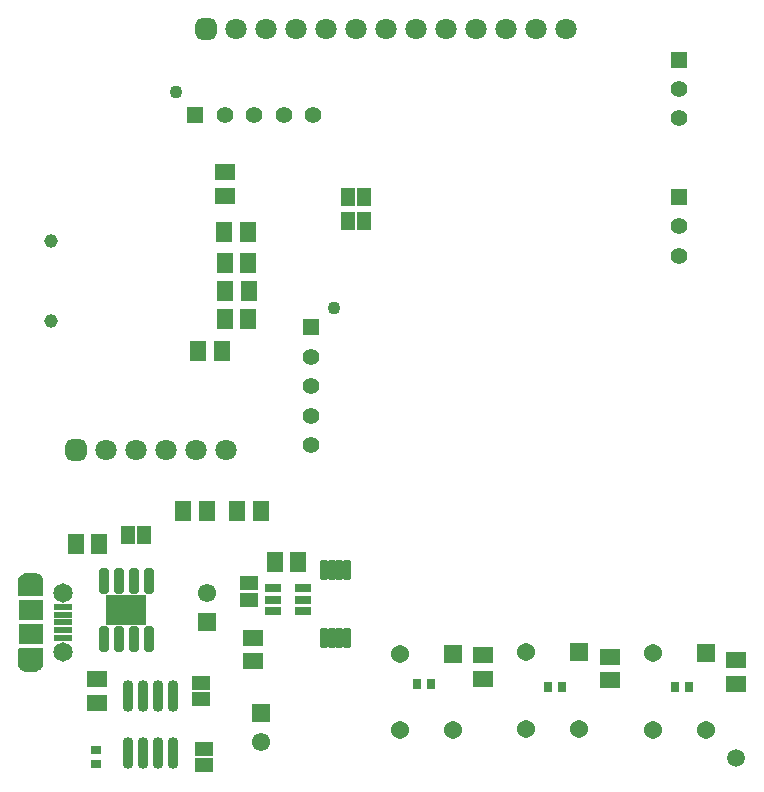
<source format=gbs>
%FSLAX23Y23*%
%MOIN*%
%SFA1B1*%

%IPPOS*%
%AMD48*
4,1,8,0.015700,0.035500,-0.015700,0.035500,-0.035500,0.015700,-0.035500,-0.015700,-0.015700,-0.035500,0.015700,-0.035500,0.035500,-0.015700,0.035500,0.015700,0.015700,0.035500,0.0*
1,1,0.039500,0.015700,0.015700*
1,1,0.039500,-0.015700,0.015700*
1,1,0.039500,-0.015700,-0.015700*
1,1,0.039500,0.015700,-0.015700*
%
%AMD87*
4,1,8,0.015800,-0.035800,0.015800,0.035800,0.008900,0.042800,-0.008900,0.042800,-0.015800,0.035800,-0.015800,-0.035800,-0.008900,-0.042800,0.008900,-0.042800,0.015800,-0.035800,0.0*
1,1,0.013900,0.008900,-0.035800*
1,1,0.013900,0.008900,0.035800*
1,1,0.013900,-0.008900,0.035800*
1,1,0.013900,-0.008900,-0.035800*
%
%AMD91*
4,1,8,-0.011900,0.028700,-0.011900,-0.028700,-0.005900,-0.034700,0.005900,-0.034700,0.011900,-0.028700,0.011900,0.028700,0.005900,0.034700,-0.005900,0.034700,-0.011900,0.028700,0.0*
1,1,0.011940,-0.005900,0.028700*
1,1,0.011940,-0.005900,-0.028700*
1,1,0.011940,0.005900,-0.028700*
1,1,0.011940,0.005900,0.028700*
%
%ADD19R,0.029530X0.035430*%
%ADD31R,0.035430X0.029530*%
%ADD33R,0.055240X0.065090*%
%ADD34R,0.051310X0.061150*%
%ADD36R,0.061150X0.051310*%
%ADD46R,0.065090X0.055240*%
%ADD47C,0.070990*%
G04~CAMADD=48~8~0.0~0.0~709.9~709.9~197.5~0.0~15~0.0~0.0~0.0~0.0~0~0.0~0.0~0.0~0.0~0~0.0~0.0~0.0~0.0~709.9~709.9*
%ADD48D48*%
%ADD49C,0.060630*%
%ADD50R,0.060630X0.060630*%
%ADD51R,0.055120X0.055120*%
%ADD52C,0.055120*%
%ADD53C,0.043310*%
%ADD54C,0.065090*%
%ADD55R,0.055120X0.055120*%
%ADD56R,0.061020X0.061020*%
%ADD57C,0.061020*%
%ADD58C,0.045400*%
%ADD59C,0.059060*%
%ADD84C,0.027690*%
%ADD85R,0.082800X0.067060*%
%ADD86R,0.061150X0.023750*%
G04~CAMADD=87~8~0.0~0.0~855.6~316.2~69.5~0.0~15~0.0~0.0~0.0~0.0~0~0.0~0.0~0.0~0.0~0~0.0~0.0~0.0~270.0~316.0~856.0*
%ADD87D87*%
%ADD88R,0.138000X0.103000*%
%ADD89O,0.035560X0.106420*%
%ADD90R,0.055240X0.029650*%
G04~CAMADD=91~8~0.0~0.0~694.2~237.5~59.7~0.0~15~0.0~0.0~0.0~0.0~0~0.0~0.0~0.0~0.0~0~0.0~0.0~0.0~90.0~238.0~694.0*
%ADD91D91*%
%LNmtb_telemetry_system_pcb-1*%
%LPD*%
G36*
X3947Y2374D02*
X3947Y2373D01*
X3948Y2373*
X3948Y2373*
X3949Y2373*
X3949Y2372*
X3950Y2372*
X3950Y2372*
X3950Y2371*
X3950Y2371*
X3950Y2370*
X3950Y2370*
Y2318*
X3950Y2318*
X3950Y2317*
X3950Y2317*
X3950Y2316*
X3950Y2316*
X3949Y2316*
X3949Y2315*
X3948Y2315*
X3948Y2315*
X3947Y2315*
X3947Y2314*
X3946Y2314*
X3932*
X3932Y2314*
X3932Y2314*
X3932Y2314*
Y2313*
X3932Y2313*
X3932Y2313*
X3932Y2312*
X3932Y2312*
X3932Y2312*
Y2312*
X3932Y2312*
X3932Y2311*
X3932Y2311*
X3932Y2311*
X3932Y2311*
X3932Y2311*
X3932Y2311*
X3932Y2310*
X3932Y2310*
X3931Y2310*
X3931Y2310*
X3931Y2310*
X3931Y2310*
X3931Y2310*
X3931Y2309*
X3931Y2309*
X3931Y2309*
X3931Y2309*
X3931Y2309*
Y2299*
X3931Y2298*
X3931Y2298*
X3930Y2297*
X3930Y2297*
X3930Y2297*
X3930Y2296*
X3930Y2296*
X3929Y2296*
X3929Y2295*
X3928Y2295*
X3928Y2295*
X3928Y2295*
X3927Y2295*
X3927Y2295*
X3891Y2295*
X3891Y2295*
X3890Y2295*
X3890Y2295*
X3889Y2295*
X3889Y2295*
X3889Y2296*
X3888Y2296*
X3888Y2296*
X3888Y2297*
X3888Y2297*
X3888Y2297*
X3887Y2298*
X3887Y2298*
X3887Y2299*
Y2308*
X3886Y2309*
X3886Y2309*
X3886Y2309*
X3884Y2311*
X3884Y2311*
X3884Y2311*
X3882Y2314*
X3882Y2314*
X3882Y2314*
X3882Y2314*
X3882Y2314*
X3882Y2314*
X3872*
X3871Y2314*
X3871Y2315*
X3870Y2315*
X3870Y2315*
X3869Y2315*
X3869Y2316*
X3868Y2316*
X3868Y2316*
X3868Y2317*
X3868Y2317*
X3868Y2318*
X3868Y2318*
Y2370*
X3868Y2370*
X3868Y2371*
X3868Y2371*
X3868Y2372*
X3868Y2372*
X3869Y2372*
X3869Y2373*
X3870Y2373*
X3870Y2373*
X3871Y2373*
X3871Y2374*
X3872Y2374*
X3946*
X3947Y2374*
G37*
G36*
X3927Y2626D02*
X3927Y2626D01*
X3928Y2625*
X3928Y2625*
X3928Y2625*
X3929Y2625*
X3929Y2625*
X3930Y2624*
X3930Y2624*
X3930Y2624*
X3930Y2623*
X3930Y2623*
X3931Y2623*
X3931Y2622*
X3931Y2622*
Y2612*
X3931Y2612*
X3931Y2612*
X3931Y2611*
X3931Y2611*
X3931Y2611*
X3931Y2611*
X3931Y2610*
X3931Y2610*
X3931Y2610*
X3932Y2610*
X3932Y2610*
X3932Y2609*
X3932Y2609*
X3932Y2609*
X3932Y2609*
X3932Y2609*
X3932Y2609*
X3932Y2609*
X3932Y2608*
Y2608*
X3932Y2608*
X3932Y2608*
X3932Y2608*
X3932Y2608*
X3932Y2607*
Y2607*
X3932Y2607*
X3932Y2606*
X3932Y2606*
X3946*
X3947Y2606*
X3947Y2606*
X3948Y2606*
X3948Y2605*
X3949Y2605*
X3949Y2605*
X3950Y2604*
X3950Y2604*
X3950Y2603*
X3950Y2603*
X3950Y2602*
X3950Y2602*
Y2551*
X3950Y2550*
X3950Y2550*
X3950Y2549*
X3950Y2549*
X3950Y2548*
X3949Y2548*
X3949Y2548*
X3948Y2547*
X3948Y2547*
X3947Y2547*
X3947Y2547*
X3946Y2547*
X3872*
X3871Y2547*
X3871Y2547*
X3870Y2547*
X3870Y2547*
X3869Y2548*
X3869Y2548*
X3868Y2548*
X3868Y2549*
X3868Y2549*
X3868Y2550*
X3868Y2550*
X3868Y2551*
Y2602*
X3868Y2602*
X3868Y2603*
X3868Y2603*
X3868Y2604*
X3868Y2604*
X3869Y2605*
X3869Y2605*
X3870Y2605*
X3870Y2606*
X3871Y2606*
X3871Y2606*
X3872Y2606*
X3882*
X3882Y2606*
X3882Y2606*
X3882Y2606*
X3882Y2606*
X3882Y2606*
X3884Y2609*
X3884Y2609*
X3884Y2609*
X3887Y2612*
Y2622*
X3887Y2622*
X3887Y2623*
X3888Y2623*
X3888Y2623*
X3888Y2624*
X3888Y2624*
X3888Y2624*
X3889Y2625*
X3889Y2625*
X3889Y2625*
X3890Y2625*
X3890Y2625*
X3891Y2626*
X3891Y2626*
X3927*
G37*
G54D19*
X6055Y2243D03*
X6102D03*
X5195Y2255D03*
X5242D03*
X5634Y2243D03*
X5681D03*
G54D31*
X4127Y2034D03*
Y1987D03*
G54D33*
X4468Y3366D03*
X4547D03*
X4801Y2662D03*
X4722D03*
X4556Y3563D03*
X4635D03*
X4555Y3659D03*
X4634D03*
X4554Y3760D03*
X4633D03*
X4059Y2722D03*
X4138D03*
X4555Y3472D03*
X4634D03*
X4597Y2830D03*
X4676D03*
X4417D03*
X4496D03*
G54D34*
X4232Y2750D03*
X4287D03*
X4966Y3878D03*
X5021D03*
X4966Y3799D03*
X5021D03*
G54D36*
X4487Y1983D03*
Y2038D03*
X4638Y2591D03*
Y2536D03*
X4477Y2203D03*
Y2258D03*
G54D46*
X4130Y2270D03*
Y2191D03*
X5840Y2346D03*
Y2267D03*
X6260Y2334D03*
Y2255D03*
X4558Y3881D03*
Y3960D03*
X4650Y2409D03*
Y2330D03*
X5416Y2351D03*
Y2272D03*
G54D47*
X5693Y4437D03*
X5593D03*
X5493D03*
X5393D03*
X5193D03*
X5093D03*
X4893D03*
X4693D03*
X4593D03*
X4793D03*
X4993D03*
X5293D03*
X4361Y3035D03*
X4161D03*
X4261D03*
X4461D03*
X4561D03*
G54D48*
X4493Y4437D03*
X4061Y3035D03*
G54D49*
X5139Y2100D03*
X5316D03*
X5139Y2356D03*
X5561Y2104D03*
X5738D03*
X5561Y2360D03*
X5982Y2102D03*
X6159D03*
X5982Y2358D03*
G54D50*
X5316Y2356D03*
X5738Y2360D03*
X6159Y2358D03*
G54D51*
X4457Y4151D03*
G54D52*
X4555Y4151D03*
X4654D03*
X4752D03*
X4850D03*
X4843Y3346D03*
Y3247D03*
Y3149D03*
Y3050D03*
X6070Y4238D03*
Y4140D03*
X6069Y3780D03*
Y3681D03*
G54D53*
X4394Y4229D03*
X4921Y3507D03*
G54D54*
X4015Y2362D03*
Y2559D03*
G54D55*
X4843Y3444D03*
X6070Y4336D03*
X6069Y3878D03*
G54D56*
X4497Y2460D03*
X4676Y2159D03*
G54D57*
X4497Y2559D03*
X4676Y2061D03*
G54D58*
X3976Y3732D03*
Y3464D03*
G54D59*
X6259Y2007D03*
G54D84*
X3901Y2318D02*
D01*
D01*
G75*
G03X3881I-9J0D01*
G74*G01*
D01*
G75*
G03X3901I9J0D01*
G74*G01*
Y2602D02*
D01*
D01*
G75*
G03X3881I-9J0D01*
G74*G01*
D01*
G75*
G03X3901I9J0D01*
G74*G01*
X3937Y2318D02*
D01*
D01*
G75*
G03X3936Y2322I-9J0D01*
G74*G01*
D01*
D01*
G75*
G03X3918I-9J-3D01*
G74*G01*
D01*
D01*
G75*
G03X3937Y2318I9J-3D01*
G74*G01*
Y2602D02*
D01*
D01*
G75*
G03X3918Y2598I-9J0D01*
G74*G01*
D01*
D01*
G75*
G03X3936I9J3D01*
G74*G01*
D01*
D01*
G75*
G03X3937Y2602I-8J3D01*
G74*G01*
G54D85*
X3909Y2500D03*
Y2421D03*
G54D86*
X4015Y2511D03*
Y2486D03*
Y2460D03*
Y2435D03*
Y2409D03*
G54D87*
X4153Y2599D03*
X4203D03*
X4253D03*
X4303D03*
Y2404D03*
X4253D03*
X4203D03*
X4153D03*
G54D88*
X4228Y2502D03*
G54D89*
X4234Y2216D03*
X4284D03*
X4334D03*
X4384D03*
X4234Y2023D03*
X4284D03*
X4334D03*
X4384D03*
G54D90*
X4817Y2573D03*
Y2535D03*
Y2498D03*
X4715D03*
Y2573D03*
Y2535D03*
G54D91*
X4964Y2634D03*
X4938D03*
X4913D03*
X4887D03*
Y2407D03*
X4913D03*
X4938D03*
X4964D03*
M02*
</source>
